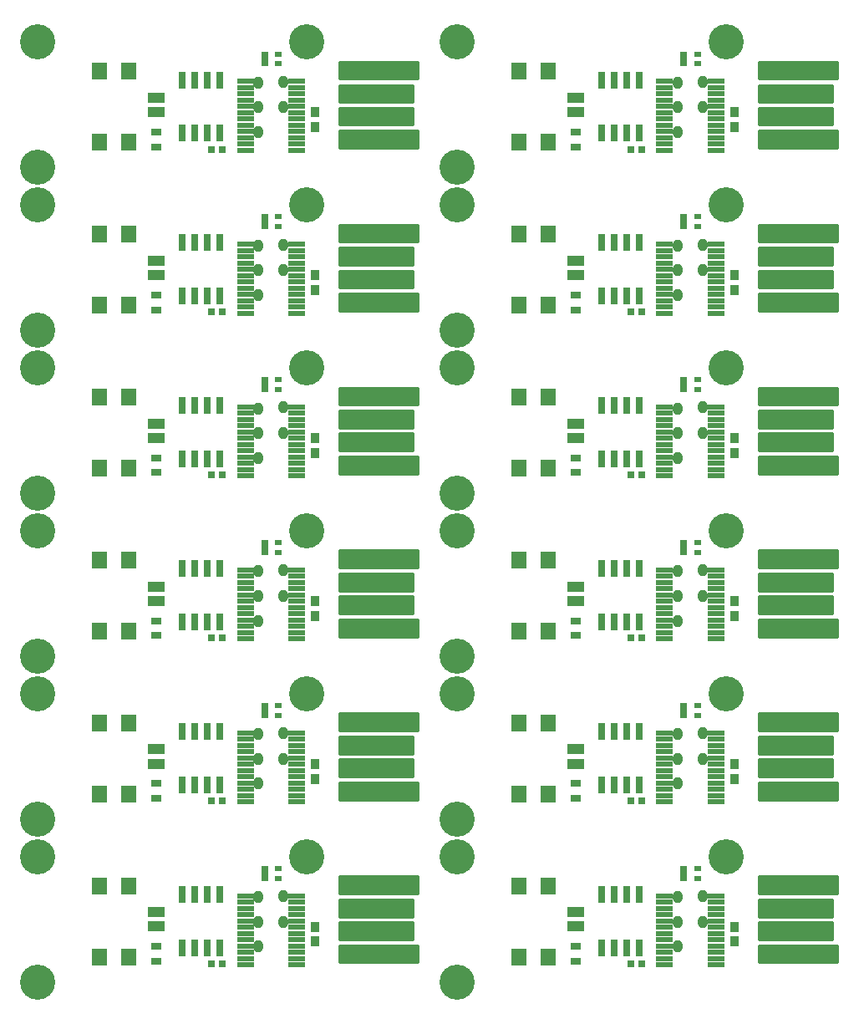
<source format=gts>
%MOIN*%
%OFA0B0*%
%FSLAX46Y46*%
%IPPOS*%
%LPD*%
%ADD10C,0.0039370078740157488*%
%ADD11R,0.031496062992125991X0.027559055118110236*%
%ADD12R,0.037401574803149609X0.03937007874015748*%
%ADD13R,0.043307086614173235X0.027559055118110236*%
%ADD14R,0.0255740157480315X0.019674015748031497*%
%ADD15R,0.031496062992125991X0.068897637795275593*%
%ADD16O,0.03858267716535433X0.051181102362204731*%
%ADD17R,0.066929133858267723X0.021653543307086617*%
%ADD18R,0.062992125984251982X0.070866141732283464*%
%ADD19R,0.033464566929133861X0.041338582677165357*%
%ADD20C,0.14*%
%ADD21C,0.01*%
%ADD32C,0.0039370078740157488*%
%ADD33R,0.031496062992125991X0.027559055118110236*%
%ADD34R,0.037401574803149609X0.03937007874015748*%
%ADD35R,0.043307086614173235X0.027559055118110236*%
%ADD36R,0.0255740157480315X0.019674015748031497*%
%ADD37R,0.031496062992125991X0.068897637795275593*%
%ADD38O,0.03858267716535433X0.051181102362204731*%
%ADD39R,0.066929133858267723X0.021653543307086617*%
%ADD40R,0.062992125984251982X0.070866141732283464*%
%ADD41R,0.033464566929133861X0.041338582677165357*%
%ADD42C,0.14*%
%ADD43C,0.01*%
%ADD44C,0.0039370078740157488*%
%ADD45R,0.031496062992125991X0.027559055118110236*%
%ADD46R,0.037401574803149609X0.03937007874015748*%
%ADD47R,0.043307086614173235X0.027559055118110236*%
%ADD48R,0.0255740157480315X0.019674015748031497*%
%ADD49R,0.031496062992125991X0.068897637795275593*%
%ADD50O,0.03858267716535433X0.051181102362204731*%
%ADD51R,0.066929133858267723X0.021653543307086617*%
%ADD52R,0.062992125984251982X0.070866141732283464*%
%ADD53R,0.033464566929133861X0.041338582677165357*%
%ADD54C,0.14*%
%ADD55C,0.01*%
%ADD56C,0.0039370078740157488*%
%ADD57R,0.031496062992125991X0.027559055118110236*%
%ADD58R,0.037401574803149609X0.03937007874015748*%
%ADD59R,0.043307086614173235X0.027559055118110236*%
%ADD60R,0.0255740157480315X0.019674015748031497*%
%ADD61R,0.031496062992125991X0.068897637795275593*%
%ADD62O,0.03858267716535433X0.051181102362204731*%
%ADD63R,0.066929133858267723X0.021653543307086617*%
%ADD64R,0.062992125984251982X0.070866141732283464*%
%ADD65R,0.033464566929133861X0.041338582677165357*%
%ADD66C,0.14*%
%ADD67C,0.01*%
%ADD68C,0.0039370078740157488*%
%ADD69R,0.031496062992125991X0.027559055118110236*%
%ADD70R,0.037401574803149609X0.03937007874015748*%
%ADD71R,0.043307086614173235X0.027559055118110236*%
%ADD72R,0.0255740157480315X0.019674015748031497*%
%ADD73R,0.031496062992125991X0.068897637795275593*%
%ADD74O,0.03858267716535433X0.051181102362204731*%
%ADD75R,0.066929133858267723X0.021653543307086617*%
%ADD76R,0.062992125984251982X0.070866141732283464*%
%ADD77R,0.033464566929133861X0.041338582677165357*%
%ADD78C,0.14*%
%ADD79C,0.01*%
%ADD80C,0.0039370078740157488*%
%ADD81R,0.031496062992125991X0.027559055118110236*%
%ADD82R,0.037401574803149609X0.03937007874015748*%
%ADD83R,0.043307086614173235X0.027559055118110236*%
%ADD84R,0.0255740157480315X0.019674015748031497*%
%ADD85R,0.031496062992125991X0.068897637795275593*%
%ADD86O,0.03858267716535433X0.051181102362204731*%
%ADD87R,0.066929133858267723X0.021653543307086617*%
%ADD88R,0.062992125984251982X0.070866141732283464*%
%ADD89R,0.033464566929133861X0.041338582677165357*%
%ADD90C,0.14*%
%ADD91C,0.01*%
%ADD92C,0.0039370078740157488*%
%ADD93R,0.031496062992125991X0.027559055118110236*%
%ADD94R,0.037401574803149609X0.03937007874015748*%
%ADD95R,0.043307086614173235X0.027559055118110236*%
%ADD96R,0.0255740157480315X0.019674015748031497*%
%ADD97R,0.031496062992125991X0.068897637795275593*%
%ADD98O,0.03858267716535433X0.051181102362204731*%
%ADD99R,0.066929133858267723X0.021653543307086617*%
%ADD100R,0.062992125984251982X0.070866141732283464*%
%ADD101R,0.033464566929133861X0.041338582677165357*%
%ADD102C,0.14*%
%ADD103C,0.01*%
%ADD104C,0.0039370078740157488*%
%ADD105R,0.031496062992125991X0.027559055118110236*%
%ADD106R,0.037401574803149609X0.03937007874015748*%
%ADD107R,0.043307086614173235X0.027559055118110236*%
%ADD108R,0.0255740157480315X0.019674015748031497*%
%ADD109R,0.031496062992125991X0.068897637795275593*%
%ADD110O,0.03858267716535433X0.051181102362204731*%
%ADD111R,0.066929133858267723X0.021653543307086617*%
%ADD112R,0.062992125984251982X0.070866141732283464*%
%ADD113R,0.033464566929133861X0.041338582677165357*%
%ADD114C,0.14*%
%ADD115C,0.01*%
%ADD116C,0.0039370078740157488*%
%ADD117R,0.031496062992125991X0.027559055118110236*%
%ADD118R,0.037401574803149609X0.03937007874015748*%
%ADD119R,0.043307086614173235X0.027559055118110236*%
%ADD120R,0.0255740157480315X0.019674015748031497*%
%ADD121R,0.031496062992125991X0.068897637795275593*%
%ADD122O,0.03858267716535433X0.051181102362204731*%
%ADD123R,0.066929133858267723X0.021653543307086617*%
%ADD124R,0.062992125984251982X0.070866141732283464*%
%ADD125R,0.033464566929133861X0.041338582677165357*%
%ADD126C,0.14*%
%ADD127C,0.01*%
%ADD128C,0.0039370078740157488*%
%ADD129R,0.031496062992125991X0.027559055118110236*%
%ADD130R,0.037401574803149609X0.03937007874015748*%
%ADD131R,0.043307086614173235X0.027559055118110236*%
%ADD132R,0.0255740157480315X0.019674015748031497*%
%ADD133R,0.031496062992125991X0.068897637795275593*%
%ADD134O,0.03858267716535433X0.051181102362204731*%
%ADD135R,0.066929133858267723X0.021653543307086617*%
%ADD136R,0.062992125984251982X0.070866141732283464*%
%ADD137R,0.033464566929133861X0.041338582677165357*%
%ADD138C,0.14*%
%ADD139C,0.01*%
%ADD140C,0.0039370078740157488*%
%ADD141R,0.031496062992125991X0.027559055118110236*%
%ADD142R,0.037401574803149609X0.03937007874015748*%
%ADD143R,0.043307086614173235X0.027559055118110236*%
%ADD144R,0.0255740157480315X0.019674015748031497*%
%ADD145R,0.031496062992125991X0.068897637795275593*%
%ADD146O,0.03858267716535433X0.051181102362204731*%
%ADD147R,0.066929133858267723X0.021653543307086617*%
%ADD148R,0.062992125984251982X0.070866141732283464*%
%ADD149R,0.033464566929133861X0.041338582677165357*%
%ADD150C,0.14*%
%ADD151C,0.01*%
%ADD152C,0.0039370078740157488*%
%ADD153R,0.031496062992125991X0.027559055118110236*%
%ADD154R,0.037401574803149609X0.03937007874015748*%
%ADD155R,0.043307086614173235X0.027559055118110236*%
%ADD156R,0.0255740157480315X0.019674015748031497*%
%ADD157R,0.031496062992125991X0.068897637795275593*%
%ADD158O,0.03858267716535433X0.051181102362204731*%
%ADD159R,0.066929133858267723X0.021653543307086617*%
%ADD160R,0.062992125984251982X0.070866141732283464*%
%ADD161R,0.033464566929133861X0.041338582677165357*%
%ADD162C,0.14*%
%ADD163C,0.01*%
G01G01*
D10*
D11*
X-0001387795Y0001712598D02*
X0000769685Y0000108267D03*
X0000726377Y0000108267D03*
D12*
X0001141732Y0000196850D03*
X0001141732Y0000255905D03*
D13*
X0000507873Y0000118110D03*
X0000507873Y0000177165D03*
D14*
X0000938935Y0000488203D03*
X0000938935Y0000448803D03*
X0000994135Y0000488203D03*
X0000938935Y0000468503D03*
X0000994135Y0000448803D03*
D15*
X0000762007Y0000384842D03*
X0000712007Y0000384842D03*
X0000662007Y0000384842D03*
X0000612007Y0000384842D03*
X0000612007Y0000172244D03*
X0000662007Y0000172244D03*
X0000712007Y0000172244D03*
X0000762007Y0000172244D03*
D16*
X0001013779Y0000275590D03*
X0001013779Y0000377952D03*
X0000915354Y0000177165D03*
X0000915354Y0000275590D03*
X0000915354Y0000374015D03*
D17*
X0001066929Y0000104625D03*
X0001066929Y0000129625D03*
X0001066929Y0000154625D03*
X0001066929Y0000179625D03*
X0001066929Y0000204625D03*
X0001066929Y0000229625D03*
X0001066929Y0000254625D03*
X0001066929Y0000279625D03*
X0001066929Y0000304625D03*
X0001066929Y0000329625D03*
X0001066929Y0000354625D03*
X0001066929Y0000379625D03*
X0000862204Y0000379625D03*
X0000862204Y0000354625D03*
X0000862204Y0000329625D03*
X0000862204Y0000304625D03*
X0000862204Y0000279625D03*
X0000862204Y0000254625D03*
X0000862204Y0000229625D03*
X0000862204Y0000204625D03*
X0000862204Y0000179625D03*
X0000862204Y0000154625D03*
X0000862204Y0000129625D03*
X0000862204Y0000104625D03*
D18*
X0000279133Y0000135826D03*
X0000279133Y0000419291D03*
X0000397244Y0000419291D03*
X0000397244Y0000135826D03*
D19*
X0000488976Y0000313779D03*
X0000522440Y0000313779D03*
X0000522440Y0000256692D03*
X0000488976Y0000256692D03*
D20*
X0000035433Y0000035433D03*
X0000035433Y0000535433D03*
X0001106299Y0000535433D03*
D21*
G36*
X0001550118Y0000388858D02*
X0001237283Y0000388858D01*
X0001237283Y0000457598D01*
X0001550118Y0000457598D01*
X0001550118Y0000388858D01*
X0001550118Y0000388858D01*
G37*
X0001550118Y0000388858D02*
X0001237283Y0000388858D01*
X0001237283Y0000457598D01*
X0001550118Y0000457598D01*
X0001550118Y0000388858D01*
G36*
X0001530433Y0000205787D02*
X0001237283Y0000205787D01*
X0001237283Y0000274527D01*
X0001530433Y0000274527D01*
X0001530433Y0000205787D01*
X0001530433Y0000205787D01*
G37*
X0001530433Y0000205787D02*
X0001237283Y0000205787D01*
X0001237283Y0000274527D01*
X0001530433Y0000274527D01*
X0001530433Y0000205787D01*
G36*
X0001530433Y0000296338D02*
X0001237283Y0000296338D01*
X0001237283Y0000365078D01*
X0001530433Y0000365078D01*
X0001530433Y0000296338D01*
X0001530433Y0000296338D01*
G37*
X0001530433Y0000296338D02*
X0001237283Y0000296338D01*
X0001237283Y0000365078D01*
X0001530433Y0000365078D01*
X0001530433Y0000296338D01*
G36*
X0001550118Y0000113267D02*
X0001237283Y0000113267D01*
X0001237283Y0000182007D01*
X0001550118Y0000182007D01*
X0001550118Y0000113267D01*
X0001550118Y0000113267D01*
G37*
X0001550118Y0000113267D02*
X0001237283Y0000113267D01*
X0001237283Y0000182007D01*
X0001550118Y0000182007D01*
X0001550118Y0000113267D01*
G04 next file*
G04 #@! TF.FileFunction,Soldermask,Top*
G04 Gerber Fmt 4.6, Leading zero omitted, Abs format (unit mm)*
G04 Created by KiCad (PCBNEW 4.0.6) date 2017 June 28, Wednesday 04:06:12*
G01G01*
G04 APERTURE LIST*
G04 APERTURE END LIST*
D32*
D33*
X0000285433Y0001712598D02*
X0002442913Y0000108267D03*
X0002399606Y0000108267D03*
D34*
X0002814960Y0000196850D03*
X0002814960Y0000255905D03*
D35*
X0002181102Y0000118110D03*
X0002181102Y0000177165D03*
D36*
X0002612163Y0000488203D03*
X0002612163Y0000448803D03*
X0002667363Y0000488203D03*
X0002612163Y0000468503D03*
X0002667363Y0000448803D03*
D37*
X0002435236Y0000384842D03*
X0002385236Y0000384842D03*
X0002335236Y0000384842D03*
X0002285236Y0000384842D03*
X0002285236Y0000172244D03*
X0002335236Y0000172244D03*
X0002385236Y0000172244D03*
X0002435236Y0000172244D03*
D38*
X0002687007Y0000275590D03*
X0002687007Y0000377952D03*
X0002588582Y0000177165D03*
X0002588582Y0000275590D03*
X0002588582Y0000374015D03*
D39*
X0002740157Y0000104625D03*
X0002740157Y0000129625D03*
X0002740157Y0000154625D03*
X0002740157Y0000179625D03*
X0002740157Y0000204625D03*
X0002740157Y0000229625D03*
X0002740157Y0000254625D03*
X0002740157Y0000279625D03*
X0002740157Y0000304625D03*
X0002740157Y0000329625D03*
X0002740157Y0000354625D03*
X0002740157Y0000379625D03*
X0002535433Y0000379625D03*
X0002535433Y0000354625D03*
X0002535433Y0000329625D03*
X0002535433Y0000304625D03*
X0002535433Y0000279625D03*
X0002535433Y0000254625D03*
X0002535433Y0000229625D03*
X0002535433Y0000204625D03*
X0002535433Y0000179625D03*
X0002535433Y0000154625D03*
X0002535433Y0000129625D03*
X0002535433Y0000104625D03*
D40*
X0001952362Y0000135826D03*
X0001952362Y0000419291D03*
X0002070472Y0000419291D03*
X0002070472Y0000135826D03*
D41*
X0002162204Y0000313779D03*
X0002195669Y0000313779D03*
X0002195669Y0000256692D03*
X0002162204Y0000256692D03*
D42*
X0001708661Y0000035433D03*
X0001708661Y0000535433D03*
X0002779527Y0000535433D03*
D43*
G36*
X0003223346Y0000388858D02*
X0002910511Y0000388858D01*
X0002910511Y0000457598D01*
X0003223346Y0000457598D01*
X0003223346Y0000388858D01*
X0003223346Y0000388858D01*
G37*
X0003223346Y0000388858D02*
X0002910511Y0000388858D01*
X0002910511Y0000457598D01*
X0003223346Y0000457598D01*
X0003223346Y0000388858D01*
G36*
X0003203661Y0000205787D02*
X0002910511Y0000205787D01*
X0002910511Y0000274527D01*
X0003203661Y0000274527D01*
X0003203661Y0000205787D01*
X0003203661Y0000205787D01*
G37*
X0003203661Y0000205787D02*
X0002910511Y0000205787D01*
X0002910511Y0000274527D01*
X0003203661Y0000274527D01*
X0003203661Y0000205787D01*
G36*
X0003203661Y0000296338D02*
X0002910511Y0000296338D01*
X0002910511Y0000365078D01*
X0003203661Y0000365078D01*
X0003203661Y0000296338D01*
X0003203661Y0000296338D01*
G37*
X0003203661Y0000296338D02*
X0002910511Y0000296338D01*
X0002910511Y0000365078D01*
X0003203661Y0000365078D01*
X0003203661Y0000296338D01*
G36*
X0003223346Y0000113267D02*
X0002910511Y0000113267D01*
X0002910511Y0000182007D01*
X0003223346Y0000182007D01*
X0003223346Y0000113267D01*
X0003223346Y0000113267D01*
G37*
X0003223346Y0000113267D02*
X0002910511Y0000113267D01*
X0002910511Y0000182007D01*
X0003223346Y0000182007D01*
X0003223346Y0000113267D01*
G04 next file*
G04 #@! TF.FileFunction,Soldermask,Top*
G04 Gerber Fmt 4.6, Leading zero omitted, Abs format (unit mm)*
G04 Created by KiCad (PCBNEW 4.0.6) date 2017 June 28, Wednesday 04:06:12*
G01G01*
G04 APERTURE LIST*
G04 APERTURE END LIST*
D44*
D45*
X-0001387795Y0002362204D02*
X0000769685Y0000757874D03*
X0000726377Y0000757874D03*
D46*
X0001141732Y0000846456D03*
X0001141732Y0000905511D03*
D47*
X0000507873Y0000767716D03*
X0000507873Y0000826771D03*
D48*
X0000938935Y0001137810D03*
X0000938935Y0001098410D03*
X0000994135Y0001137810D03*
X0000938935Y0001118110D03*
X0000994135Y0001098410D03*
D49*
X0000762007Y0001034448D03*
X0000712007Y0001034448D03*
X0000662007Y0001034448D03*
X0000612007Y0001034448D03*
X0000612007Y0000821850D03*
X0000662007Y0000821850D03*
X0000712007Y0000821850D03*
X0000762007Y0000821850D03*
D50*
X0001013779Y0000925196D03*
X0001013779Y0001027559D03*
X0000915354Y0000826771D03*
X0000915354Y0000925196D03*
X0000915354Y0001023622D03*
D51*
X0001066929Y0000754232D03*
X0001066929Y0000779232D03*
X0001066929Y0000804232D03*
X0001066929Y0000829232D03*
X0001066929Y0000854232D03*
X0001066929Y0000879232D03*
X0001066929Y0000904232D03*
X0001066929Y0000929232D03*
X0001066929Y0000954232D03*
X0001066929Y0000979232D03*
X0001066929Y0001004232D03*
X0001066929Y0001029232D03*
X0000862204Y0001029232D03*
X0000862204Y0001004232D03*
X0000862204Y0000979232D03*
X0000862204Y0000954232D03*
X0000862204Y0000929232D03*
X0000862204Y0000904232D03*
X0000862204Y0000879232D03*
X0000862204Y0000854232D03*
X0000862204Y0000829232D03*
X0000862204Y0000804232D03*
X0000862204Y0000779232D03*
X0000862204Y0000754232D03*
D52*
X0000279133Y0000785433D03*
X0000279133Y0001068897D03*
X0000397244Y0001068897D03*
X0000397244Y0000785433D03*
D53*
X0000488976Y0000963385D03*
X0000522440Y0000963385D03*
X0000522440Y0000906299D03*
X0000488976Y0000906299D03*
D54*
X0000035433Y0000685039D03*
X0000035433Y0001185039D03*
X0001106299Y0001185039D03*
D55*
G36*
X0001550118Y0001038464D02*
X0001237283Y0001038464D01*
X0001237283Y0001107204D01*
X0001550118Y0001107204D01*
X0001550118Y0001038464D01*
X0001550118Y0001038464D01*
G37*
X0001550118Y0001038464D02*
X0001237283Y0001038464D01*
X0001237283Y0001107204D01*
X0001550118Y0001107204D01*
X0001550118Y0001038464D01*
G36*
X0001530433Y0000855393D02*
X0001237283Y0000855393D01*
X0001237283Y0000924133D01*
X0001530433Y0000924133D01*
X0001530433Y0000855393D01*
X0001530433Y0000855393D01*
G37*
X0001530433Y0000855393D02*
X0001237283Y0000855393D01*
X0001237283Y0000924133D01*
X0001530433Y0000924133D01*
X0001530433Y0000855393D01*
G36*
X0001530433Y0000945944D02*
X0001237283Y0000945944D01*
X0001237283Y0001014685D01*
X0001530433Y0001014685D01*
X0001530433Y0000945944D01*
X0001530433Y0000945944D01*
G37*
X0001530433Y0000945944D02*
X0001237283Y0000945944D01*
X0001237283Y0001014685D01*
X0001530433Y0001014685D01*
X0001530433Y0000945944D01*
G36*
X0001550118Y0000762874D02*
X0001237283Y0000762874D01*
X0001237283Y0000831614D01*
X0001550118Y0000831614D01*
X0001550118Y0000762874D01*
X0001550118Y0000762874D01*
G37*
X0001550118Y0000762874D02*
X0001237283Y0000762874D01*
X0001237283Y0000831614D01*
X0001550118Y0000831614D01*
X0001550118Y0000762874D01*
G04 next file*
G04 #@! TF.FileFunction,Soldermask,Top*
G04 Gerber Fmt 4.6, Leading zero omitted, Abs format (unit mm)*
G04 Created by KiCad (PCBNEW 4.0.6) date 2017 June 28, Wednesday 04:06:12*
G01G01*
G04 APERTURE LIST*
G04 APERTURE END LIST*
D56*
D57*
X0000285433Y0002362204D02*
X0002442913Y0000757874D03*
X0002399606Y0000757874D03*
D58*
X0002814960Y0000846456D03*
X0002814960Y0000905511D03*
D59*
X0002181102Y0000767716D03*
X0002181102Y0000826771D03*
D60*
X0002612163Y0001137810D03*
X0002612163Y0001098410D03*
X0002667363Y0001137810D03*
X0002612163Y0001118110D03*
X0002667363Y0001098410D03*
D61*
X0002435236Y0001034448D03*
X0002385236Y0001034448D03*
X0002335236Y0001034448D03*
X0002285236Y0001034448D03*
X0002285236Y0000821850D03*
X0002335236Y0000821850D03*
X0002385236Y0000821850D03*
X0002435236Y0000821850D03*
D62*
X0002687007Y0000925196D03*
X0002687007Y0001027559D03*
X0002588582Y0000826771D03*
X0002588582Y0000925196D03*
X0002588582Y0001023622D03*
D63*
X0002740157Y0000754232D03*
X0002740157Y0000779232D03*
X0002740157Y0000804232D03*
X0002740157Y0000829232D03*
X0002740157Y0000854232D03*
X0002740157Y0000879232D03*
X0002740157Y0000904232D03*
X0002740157Y0000929232D03*
X0002740157Y0000954232D03*
X0002740157Y0000979232D03*
X0002740157Y0001004232D03*
X0002740157Y0001029232D03*
X0002535433Y0001029232D03*
X0002535433Y0001004232D03*
X0002535433Y0000979232D03*
X0002535433Y0000954232D03*
X0002535433Y0000929232D03*
X0002535433Y0000904232D03*
X0002535433Y0000879232D03*
X0002535433Y0000854232D03*
X0002535433Y0000829232D03*
X0002535433Y0000804232D03*
X0002535433Y0000779232D03*
X0002535433Y0000754232D03*
D64*
X0001952362Y0000785433D03*
X0001952362Y0001068897D03*
X0002070472Y0001068897D03*
X0002070472Y0000785433D03*
D65*
X0002162204Y0000963385D03*
X0002195669Y0000963385D03*
X0002195669Y0000906299D03*
X0002162204Y0000906299D03*
D66*
X0001708661Y0000685039D03*
X0001708661Y0001185039D03*
X0002779527Y0001185039D03*
D67*
G36*
X0003223346Y0001038464D02*
X0002910511Y0001038464D01*
X0002910511Y0001107204D01*
X0003223346Y0001107204D01*
X0003223346Y0001038464D01*
X0003223346Y0001038464D01*
G37*
X0003223346Y0001038464D02*
X0002910511Y0001038464D01*
X0002910511Y0001107204D01*
X0003223346Y0001107204D01*
X0003223346Y0001038464D01*
G36*
X0003203661Y0000855393D02*
X0002910511Y0000855393D01*
X0002910511Y0000924133D01*
X0003203661Y0000924133D01*
X0003203661Y0000855393D01*
X0003203661Y0000855393D01*
G37*
X0003203661Y0000855393D02*
X0002910511Y0000855393D01*
X0002910511Y0000924133D01*
X0003203661Y0000924133D01*
X0003203661Y0000855393D01*
G36*
X0003203661Y0000945944D02*
X0002910511Y0000945944D01*
X0002910511Y0001014685D01*
X0003203661Y0001014685D01*
X0003203661Y0000945944D01*
X0003203661Y0000945944D01*
G37*
X0003203661Y0000945944D02*
X0002910511Y0000945944D01*
X0002910511Y0001014685D01*
X0003203661Y0001014685D01*
X0003203661Y0000945944D01*
G36*
X0003223346Y0000762874D02*
X0002910511Y0000762874D01*
X0002910511Y0000831614D01*
X0003223346Y0000831614D01*
X0003223346Y0000762874D01*
X0003223346Y0000762874D01*
G37*
X0003223346Y0000762874D02*
X0002910511Y0000762874D01*
X0002910511Y0000831614D01*
X0003223346Y0000831614D01*
X0003223346Y0000762874D01*
G04 next file*
G04 #@! TF.FileFunction,Soldermask,Top*
G04 Gerber Fmt 4.6, Leading zero omitted, Abs format (unit mm)*
G04 Created by KiCad (PCBNEW 4.0.6) date 2017 June 28, Wednesday 04:06:12*
G01G01*
G04 APERTURE LIST*
G04 APERTURE END LIST*
D68*
D69*
X-0001387795Y0003011811D02*
X0000769685Y0001407480D03*
X0000726377Y0001407480D03*
D70*
X0001141732Y0001496062D03*
X0001141732Y0001555118D03*
D71*
X0000507873Y0001417322D03*
X0000507873Y0001476377D03*
D72*
X0000938935Y0001787416D03*
X0000938935Y0001748016D03*
X0000994135Y0001787416D03*
X0000938935Y0001767716D03*
X0000994135Y0001748016D03*
D73*
X0000762007Y0001684055D03*
X0000712007Y0001684055D03*
X0000662007Y0001684055D03*
X0000612007Y0001684055D03*
X0000612007Y0001471456D03*
X0000662007Y0001471456D03*
X0000712007Y0001471456D03*
X0000762007Y0001471456D03*
D74*
X0001013779Y0001574803D03*
X0001013779Y0001677165D03*
X0000915354Y0001476377D03*
X0000915354Y0001574803D03*
X0000915354Y0001673228D03*
D75*
X0001066929Y0001403838D03*
X0001066929Y0001428838D03*
X0001066929Y0001453838D03*
X0001066929Y0001478838D03*
X0001066929Y0001503838D03*
X0001066929Y0001528838D03*
X0001066929Y0001553838D03*
X0001066929Y0001578838D03*
X0001066929Y0001603838D03*
X0001066929Y0001628838D03*
X0001066929Y0001653838D03*
X0001066929Y0001678838D03*
X0000862204Y0001678838D03*
X0000862204Y0001653838D03*
X0000862204Y0001628838D03*
X0000862204Y0001603838D03*
X0000862204Y0001578838D03*
X0000862204Y0001553838D03*
X0000862204Y0001528838D03*
X0000862204Y0001503838D03*
X0000862204Y0001478838D03*
X0000862204Y0001453838D03*
X0000862204Y0001428838D03*
X0000862204Y0001403838D03*
D76*
X0000279133Y0001435039D03*
X0000279133Y0001718503D03*
X0000397244Y0001718503D03*
X0000397244Y0001435039D03*
D77*
X0000488976Y0001612992D03*
X0000522440Y0001612992D03*
X0000522440Y0001555905D03*
X0000488976Y0001555905D03*
D78*
X0000035433Y0001334645D03*
X0000035433Y0001834645D03*
X0001106299Y0001834645D03*
D79*
G36*
X0001550118Y0001688070D02*
X0001237283Y0001688070D01*
X0001237283Y0001756811D01*
X0001550118Y0001756811D01*
X0001550118Y0001688070D01*
X0001550118Y0001688070D01*
G37*
X0001550118Y0001688070D02*
X0001237283Y0001688070D01*
X0001237283Y0001756811D01*
X0001550118Y0001756811D01*
X0001550118Y0001688070D01*
G36*
X0001530433Y0001505000D02*
X0001237283Y0001505000D01*
X0001237283Y0001573740D01*
X0001530433Y0001573740D01*
X0001530433Y0001505000D01*
X0001530433Y0001505000D01*
G37*
X0001530433Y0001505000D02*
X0001237283Y0001505000D01*
X0001237283Y0001573740D01*
X0001530433Y0001573740D01*
X0001530433Y0001505000D01*
G36*
X0001530433Y0001595551D02*
X0001237283Y0001595551D01*
X0001237283Y0001664291D01*
X0001530433Y0001664291D01*
X0001530433Y0001595551D01*
X0001530433Y0001595551D01*
G37*
X0001530433Y0001595551D02*
X0001237283Y0001595551D01*
X0001237283Y0001664291D01*
X0001530433Y0001664291D01*
X0001530433Y0001595551D01*
G36*
X0001550118Y0001412480D02*
X0001237283Y0001412480D01*
X0001237283Y0001481220D01*
X0001550118Y0001481220D01*
X0001550118Y0001412480D01*
X0001550118Y0001412480D01*
G37*
X0001550118Y0001412480D02*
X0001237283Y0001412480D01*
X0001237283Y0001481220D01*
X0001550118Y0001481220D01*
X0001550118Y0001412480D01*
G04 next file*
G04 #@! TF.FileFunction,Soldermask,Top*
G04 Gerber Fmt 4.6, Leading zero omitted, Abs format (unit mm)*
G04 Created by KiCad (PCBNEW 4.0.6) date 2017 June 28, Wednesday 04:06:12*
G01G01*
G04 APERTURE LIST*
G04 APERTURE END LIST*
D80*
D81*
X-0001387795Y0003661417D02*
X0000769685Y0002057086D03*
X0000726377Y0002057086D03*
D82*
X0001141732Y0002145669D03*
X0001141732Y0002204724D03*
D83*
X0000507873Y0002066929D03*
X0000507873Y0002125984D03*
D84*
X0000938935Y0002437022D03*
X0000938935Y0002397622D03*
X0000994135Y0002437022D03*
X0000938935Y0002417322D03*
X0000994135Y0002397622D03*
D85*
X0000762007Y0002333661D03*
X0000712007Y0002333661D03*
X0000662007Y0002333661D03*
X0000612007Y0002333661D03*
X0000612007Y0002121062D03*
X0000662007Y0002121062D03*
X0000712007Y0002121062D03*
X0000762007Y0002121062D03*
D86*
X0001013779Y0002224409D03*
X0001013779Y0002326771D03*
X0000915354Y0002125984D03*
X0000915354Y0002224409D03*
X0000915354Y0002322834D03*
D87*
X0001066929Y0002053444D03*
X0001066929Y0002078444D03*
X0001066929Y0002103444D03*
X0001066929Y0002128444D03*
X0001066929Y0002153444D03*
X0001066929Y0002178444D03*
X0001066929Y0002203444D03*
X0001066929Y0002228444D03*
X0001066929Y0002253444D03*
X0001066929Y0002278444D03*
X0001066929Y0002303444D03*
X0001066929Y0002328444D03*
X0000862204Y0002328444D03*
X0000862204Y0002303444D03*
X0000862204Y0002278444D03*
X0000862204Y0002253444D03*
X0000862204Y0002228444D03*
X0000862204Y0002203444D03*
X0000862204Y0002178444D03*
X0000862204Y0002153444D03*
X0000862204Y0002128444D03*
X0000862204Y0002103444D03*
X0000862204Y0002078444D03*
X0000862204Y0002053444D03*
D88*
X0000279133Y0002084645D03*
X0000279133Y0002368110D03*
X0000397244Y0002368110D03*
X0000397244Y0002084645D03*
D89*
X0000488976Y0002262598D03*
X0000522440Y0002262598D03*
X0000522440Y0002205511D03*
X0000488976Y0002205511D03*
D90*
X0000035433Y0001984251D03*
X0000035433Y0002484251D03*
X0001106299Y0002484251D03*
D91*
G36*
X0001550118Y0002337677D02*
X0001237283Y0002337677D01*
X0001237283Y0002406417D01*
X0001550118Y0002406417D01*
X0001550118Y0002337677D01*
X0001550118Y0002337677D01*
G37*
X0001550118Y0002337677D02*
X0001237283Y0002337677D01*
X0001237283Y0002406417D01*
X0001550118Y0002406417D01*
X0001550118Y0002337677D01*
G36*
X0001530433Y0002154606D02*
X0001237283Y0002154606D01*
X0001237283Y0002223346D01*
X0001530433Y0002223346D01*
X0001530433Y0002154606D01*
X0001530433Y0002154606D01*
G37*
X0001530433Y0002154606D02*
X0001237283Y0002154606D01*
X0001237283Y0002223346D01*
X0001530433Y0002223346D01*
X0001530433Y0002154606D01*
G36*
X0001530433Y0002245157D02*
X0001237283Y0002245157D01*
X0001237283Y0002313897D01*
X0001530433Y0002313897D01*
X0001530433Y0002245157D01*
X0001530433Y0002245157D01*
G37*
X0001530433Y0002245157D02*
X0001237283Y0002245157D01*
X0001237283Y0002313897D01*
X0001530433Y0002313897D01*
X0001530433Y0002245157D01*
G36*
X0001550118Y0002062086D02*
X0001237283Y0002062086D01*
X0001237283Y0002130826D01*
X0001550118Y0002130826D01*
X0001550118Y0002062086D01*
X0001550118Y0002062086D01*
G37*
X0001550118Y0002062086D02*
X0001237283Y0002062086D01*
X0001237283Y0002130826D01*
X0001550118Y0002130826D01*
X0001550118Y0002062086D01*
G04 next file*
G04 #@! TF.FileFunction,Soldermask,Top*
G04 Gerber Fmt 4.6, Leading zero omitted, Abs format (unit mm)*
G04 Created by KiCad (PCBNEW 4.0.6) date 2017 June 28, Wednesday 04:06:12*
G01G01*
G04 APERTURE LIST*
G04 APERTURE END LIST*
D92*
D93*
X-0001387795Y0004311023D02*
X0000769685Y0002706692D03*
X0000726377Y0002706692D03*
D94*
X0001141732Y0002795275D03*
X0001141732Y0002854330D03*
D95*
X0000507873Y0002716535D03*
X0000507873Y0002775590D03*
D96*
X0000938935Y0003086629D03*
X0000938935Y0003047229D03*
X0000994135Y0003086629D03*
X0000938935Y0003066929D03*
X0000994135Y0003047229D03*
D97*
X0000762007Y0002983267D03*
X0000712007Y0002983267D03*
X0000662007Y0002983267D03*
X0000612007Y0002983267D03*
X0000612007Y0002770669D03*
X0000662007Y0002770669D03*
X0000712007Y0002770669D03*
X0000762007Y0002770669D03*
D98*
X0001013779Y0002874015D03*
X0001013779Y0002976377D03*
X0000915354Y0002775590D03*
X0000915354Y0002874015D03*
X0000915354Y0002972440D03*
D99*
X0001066929Y0002703051D03*
X0001066929Y0002728051D03*
X0001066929Y0002753051D03*
X0001066929Y0002778051D03*
X0001066929Y0002803051D03*
X0001066929Y0002828051D03*
X0001066929Y0002853051D03*
X0001066929Y0002878051D03*
X0001066929Y0002903051D03*
X0001066929Y0002928051D03*
X0001066929Y0002953051D03*
X0001066929Y0002978051D03*
X0000862204Y0002978051D03*
X0000862204Y0002953051D03*
X0000862204Y0002928051D03*
X0000862204Y0002903051D03*
X0000862204Y0002878051D03*
X0000862204Y0002853051D03*
X0000862204Y0002828051D03*
X0000862204Y0002803051D03*
X0000862204Y0002778051D03*
X0000862204Y0002753051D03*
X0000862204Y0002728051D03*
X0000862204Y0002703051D03*
D100*
X0000279133Y0002734251D03*
X0000279133Y0003017716D03*
X0000397244Y0003017716D03*
X0000397244Y0002734251D03*
D101*
X0000488976Y0002912204D03*
X0000522440Y0002912204D03*
X0000522440Y0002855118D03*
X0000488976Y0002855118D03*
D102*
X0000035433Y0002633858D03*
X0000035433Y0003133858D03*
X0001106299Y0003133858D03*
D103*
G36*
X0001550118Y0002987283D02*
X0001237283Y0002987283D01*
X0001237283Y0003056023D01*
X0001550118Y0003056023D01*
X0001550118Y0002987283D01*
X0001550118Y0002987283D01*
G37*
X0001550118Y0002987283D02*
X0001237283Y0002987283D01*
X0001237283Y0003056023D01*
X0001550118Y0003056023D01*
X0001550118Y0002987283D01*
G36*
X0001530433Y0002804212D02*
X0001237283Y0002804212D01*
X0001237283Y0002872952D01*
X0001530433Y0002872952D01*
X0001530433Y0002804212D01*
X0001530433Y0002804212D01*
G37*
X0001530433Y0002804212D02*
X0001237283Y0002804212D01*
X0001237283Y0002872952D01*
X0001530433Y0002872952D01*
X0001530433Y0002804212D01*
G36*
X0001530433Y0002894763D02*
X0001237283Y0002894763D01*
X0001237283Y0002963503D01*
X0001530433Y0002963503D01*
X0001530433Y0002894763D01*
X0001530433Y0002894763D01*
G37*
X0001530433Y0002894763D02*
X0001237283Y0002894763D01*
X0001237283Y0002963503D01*
X0001530433Y0002963503D01*
X0001530433Y0002894763D01*
G36*
X0001550118Y0002711692D02*
X0001237283Y0002711692D01*
X0001237283Y0002780433D01*
X0001550118Y0002780433D01*
X0001550118Y0002711692D01*
X0001550118Y0002711692D01*
G37*
X0001550118Y0002711692D02*
X0001237283Y0002711692D01*
X0001237283Y0002780433D01*
X0001550118Y0002780433D01*
X0001550118Y0002711692D01*
G04 next file*
G04 #@! TF.FileFunction,Soldermask,Top*
G04 Gerber Fmt 4.6, Leading zero omitted, Abs format (unit mm)*
G04 Created by KiCad (PCBNEW 4.0.6) date 2017 June 28, Wednesday 04:06:12*
G01G01*
G04 APERTURE LIST*
G04 APERTURE END LIST*
D104*
D105*
X-0001387795Y0004960629D02*
X0000769685Y0003356299D03*
X0000726377Y0003356299D03*
D106*
X0001141732Y0003444881D03*
X0001141732Y0003503937D03*
D107*
X0000507873Y0003366141D03*
X0000507873Y0003425196D03*
D108*
X0000938935Y0003736235D03*
X0000938935Y0003696835D03*
X0000994135Y0003736235D03*
X0000938935Y0003716535D03*
X0000994135Y0003696835D03*
D109*
X0000762007Y0003632874D03*
X0000712007Y0003632874D03*
X0000662007Y0003632874D03*
X0000612007Y0003632874D03*
X0000612007Y0003420275D03*
X0000662007Y0003420275D03*
X0000712007Y0003420275D03*
X0000762007Y0003420275D03*
D110*
X0001013779Y0003523622D03*
X0001013779Y0003625984D03*
X0000915354Y0003425196D03*
X0000915354Y0003523622D03*
X0000915354Y0003622047D03*
D111*
X0001066929Y0003352657D03*
X0001066929Y0003377657D03*
X0001066929Y0003402657D03*
X0001066929Y0003427657D03*
X0001066929Y0003452657D03*
X0001066929Y0003477657D03*
X0001066929Y0003502657D03*
X0001066929Y0003527657D03*
X0001066929Y0003552657D03*
X0001066929Y0003577657D03*
X0001066929Y0003602657D03*
X0001066929Y0003627657D03*
X0000862204Y0003627657D03*
X0000862204Y0003602657D03*
X0000862204Y0003577657D03*
X0000862204Y0003552657D03*
X0000862204Y0003527657D03*
X0000862204Y0003502657D03*
X0000862204Y0003477657D03*
X0000862204Y0003452657D03*
X0000862204Y0003427657D03*
X0000862204Y0003402657D03*
X0000862204Y0003377657D03*
X0000862204Y0003352657D03*
D112*
X0000279133Y0003383858D03*
X0000279133Y0003667322D03*
X0000397244Y0003667322D03*
X0000397244Y0003383858D03*
D113*
X0000488976Y0003561811D03*
X0000522440Y0003561811D03*
X0000522440Y0003504724D03*
X0000488976Y0003504724D03*
D114*
X0000035433Y0003283464D03*
X0000035433Y0003783464D03*
X0001106299Y0003783464D03*
D115*
G36*
X0001550118Y0003636889D02*
X0001237283Y0003636889D01*
X0001237283Y0003705629D01*
X0001550118Y0003705629D01*
X0001550118Y0003636889D01*
X0001550118Y0003636889D01*
G37*
X0001550118Y0003636889D02*
X0001237283Y0003636889D01*
X0001237283Y0003705629D01*
X0001550118Y0003705629D01*
X0001550118Y0003636889D01*
G36*
X0001530433Y0003453818D02*
X0001237283Y0003453818D01*
X0001237283Y0003522559D01*
X0001530433Y0003522559D01*
X0001530433Y0003453818D01*
X0001530433Y0003453818D01*
G37*
X0001530433Y0003453818D02*
X0001237283Y0003453818D01*
X0001237283Y0003522559D01*
X0001530433Y0003522559D01*
X0001530433Y0003453818D01*
G36*
X0001530433Y0003544370D02*
X0001237283Y0003544370D01*
X0001237283Y0003613110D01*
X0001530433Y0003613110D01*
X0001530433Y0003544370D01*
X0001530433Y0003544370D01*
G37*
X0001530433Y0003544370D02*
X0001237283Y0003544370D01*
X0001237283Y0003613110D01*
X0001530433Y0003613110D01*
X0001530433Y0003544370D01*
G36*
X0001550118Y0003361299D02*
X0001237283Y0003361299D01*
X0001237283Y0003430039D01*
X0001550118Y0003430039D01*
X0001550118Y0003361299D01*
X0001550118Y0003361299D01*
G37*
X0001550118Y0003361299D02*
X0001237283Y0003361299D01*
X0001237283Y0003430039D01*
X0001550118Y0003430039D01*
X0001550118Y0003361299D01*
G04 next file*
G04 #@! TF.FileFunction,Soldermask,Top*
G04 Gerber Fmt 4.6, Leading zero omitted, Abs format (unit mm)*
G04 Created by KiCad (PCBNEW 4.0.6) date 2017 June 28, Wednesday 04:06:12*
G01G01*
G04 APERTURE LIST*
G04 APERTURE END LIST*
D116*
D117*
X0000285433Y0003011811D02*
X0002442913Y0001407480D03*
X0002399606Y0001407480D03*
D118*
X0002814960Y0001496062D03*
X0002814960Y0001555118D03*
D119*
X0002181102Y0001417322D03*
X0002181102Y0001476377D03*
D120*
X0002612163Y0001787416D03*
X0002612163Y0001748016D03*
X0002667363Y0001787416D03*
X0002612163Y0001767716D03*
X0002667363Y0001748016D03*
D121*
X0002435236Y0001684055D03*
X0002385236Y0001684055D03*
X0002335236Y0001684055D03*
X0002285236Y0001684055D03*
X0002285236Y0001471456D03*
X0002335236Y0001471456D03*
X0002385236Y0001471456D03*
X0002435236Y0001471456D03*
D122*
X0002687007Y0001574803D03*
X0002687007Y0001677165D03*
X0002588582Y0001476377D03*
X0002588582Y0001574803D03*
X0002588582Y0001673228D03*
D123*
X0002740157Y0001403838D03*
X0002740157Y0001428838D03*
X0002740157Y0001453838D03*
X0002740157Y0001478838D03*
X0002740157Y0001503838D03*
X0002740157Y0001528838D03*
X0002740157Y0001553838D03*
X0002740157Y0001578838D03*
X0002740157Y0001603838D03*
X0002740157Y0001628838D03*
X0002740157Y0001653838D03*
X0002740157Y0001678838D03*
X0002535433Y0001678838D03*
X0002535433Y0001653838D03*
X0002535433Y0001628838D03*
X0002535433Y0001603838D03*
X0002535433Y0001578838D03*
X0002535433Y0001553838D03*
X0002535433Y0001528838D03*
X0002535433Y0001503838D03*
X0002535433Y0001478838D03*
X0002535433Y0001453838D03*
X0002535433Y0001428838D03*
X0002535433Y0001403838D03*
D124*
X0001952362Y0001435039D03*
X0001952362Y0001718503D03*
X0002070472Y0001718503D03*
X0002070472Y0001435039D03*
D125*
X0002162204Y0001612992D03*
X0002195669Y0001612992D03*
X0002195669Y0001555905D03*
X0002162204Y0001555905D03*
D126*
X0001708661Y0001334645D03*
X0001708661Y0001834645D03*
X0002779527Y0001834645D03*
D127*
G36*
X0003223346Y0001688070D02*
X0002910511Y0001688070D01*
X0002910511Y0001756811D01*
X0003223346Y0001756811D01*
X0003223346Y0001688070D01*
X0003223346Y0001688070D01*
G37*
X0003223346Y0001688070D02*
X0002910511Y0001688070D01*
X0002910511Y0001756811D01*
X0003223346Y0001756811D01*
X0003223346Y0001688070D01*
G36*
X0003203661Y0001505000D02*
X0002910511Y0001505000D01*
X0002910511Y0001573740D01*
X0003203661Y0001573740D01*
X0003203661Y0001505000D01*
X0003203661Y0001505000D01*
G37*
X0003203661Y0001505000D02*
X0002910511Y0001505000D01*
X0002910511Y0001573740D01*
X0003203661Y0001573740D01*
X0003203661Y0001505000D01*
G36*
X0003203661Y0001595551D02*
X0002910511Y0001595551D01*
X0002910511Y0001664291D01*
X0003203661Y0001664291D01*
X0003203661Y0001595551D01*
X0003203661Y0001595551D01*
G37*
X0003203661Y0001595551D02*
X0002910511Y0001595551D01*
X0002910511Y0001664291D01*
X0003203661Y0001664291D01*
X0003203661Y0001595551D01*
G36*
X0003223346Y0001412480D02*
X0002910511Y0001412480D01*
X0002910511Y0001481220D01*
X0003223346Y0001481220D01*
X0003223346Y0001412480D01*
X0003223346Y0001412480D01*
G37*
X0003223346Y0001412480D02*
X0002910511Y0001412480D01*
X0002910511Y0001481220D01*
X0003223346Y0001481220D01*
X0003223346Y0001412480D01*
G04 next file*
G04 #@! TF.FileFunction,Soldermask,Top*
G04 Gerber Fmt 4.6, Leading zero omitted, Abs format (unit mm)*
G04 Created by KiCad (PCBNEW 4.0.6) date 2017 June 28, Wednesday 04:06:12*
G01G01*
G04 APERTURE LIST*
G04 APERTURE END LIST*
D128*
D129*
X0000285433Y0003661417D02*
X0002442913Y0002057086D03*
X0002399606Y0002057086D03*
D130*
X0002814960Y0002145669D03*
X0002814960Y0002204724D03*
D131*
X0002181102Y0002066929D03*
X0002181102Y0002125984D03*
D132*
X0002612163Y0002437022D03*
X0002612163Y0002397622D03*
X0002667363Y0002437022D03*
X0002612163Y0002417322D03*
X0002667363Y0002397622D03*
D133*
X0002435236Y0002333661D03*
X0002385236Y0002333661D03*
X0002335236Y0002333661D03*
X0002285236Y0002333661D03*
X0002285236Y0002121062D03*
X0002335236Y0002121062D03*
X0002385236Y0002121062D03*
X0002435236Y0002121062D03*
D134*
X0002687007Y0002224409D03*
X0002687007Y0002326771D03*
X0002588582Y0002125984D03*
X0002588582Y0002224409D03*
X0002588582Y0002322834D03*
D135*
X0002740157Y0002053444D03*
X0002740157Y0002078444D03*
X0002740157Y0002103444D03*
X0002740157Y0002128444D03*
X0002740157Y0002153444D03*
X0002740157Y0002178444D03*
X0002740157Y0002203444D03*
X0002740157Y0002228444D03*
X0002740157Y0002253444D03*
X0002740157Y0002278444D03*
X0002740157Y0002303444D03*
X0002740157Y0002328444D03*
X0002535433Y0002328444D03*
X0002535433Y0002303444D03*
X0002535433Y0002278444D03*
X0002535433Y0002253444D03*
X0002535433Y0002228444D03*
X0002535433Y0002203444D03*
X0002535433Y0002178444D03*
X0002535433Y0002153444D03*
X0002535433Y0002128444D03*
X0002535433Y0002103444D03*
X0002535433Y0002078444D03*
X0002535433Y0002053444D03*
D136*
X0001952362Y0002084645D03*
X0001952362Y0002368110D03*
X0002070472Y0002368110D03*
X0002070472Y0002084645D03*
D137*
X0002162204Y0002262598D03*
X0002195669Y0002262598D03*
X0002195669Y0002205511D03*
X0002162204Y0002205511D03*
D138*
X0001708661Y0001984251D03*
X0001708661Y0002484251D03*
X0002779527Y0002484251D03*
D139*
G36*
X0003223346Y0002337677D02*
X0002910511Y0002337677D01*
X0002910511Y0002406417D01*
X0003223346Y0002406417D01*
X0003223346Y0002337677D01*
X0003223346Y0002337677D01*
G37*
X0003223346Y0002337677D02*
X0002910511Y0002337677D01*
X0002910511Y0002406417D01*
X0003223346Y0002406417D01*
X0003223346Y0002337677D01*
G36*
X0003203661Y0002154606D02*
X0002910511Y0002154606D01*
X0002910511Y0002223346D01*
X0003203661Y0002223346D01*
X0003203661Y0002154606D01*
X0003203661Y0002154606D01*
G37*
X0003203661Y0002154606D02*
X0002910511Y0002154606D01*
X0002910511Y0002223346D01*
X0003203661Y0002223346D01*
X0003203661Y0002154606D01*
G36*
X0003203661Y0002245157D02*
X0002910511Y0002245157D01*
X0002910511Y0002313897D01*
X0003203661Y0002313897D01*
X0003203661Y0002245157D01*
X0003203661Y0002245157D01*
G37*
X0003203661Y0002245157D02*
X0002910511Y0002245157D01*
X0002910511Y0002313897D01*
X0003203661Y0002313897D01*
X0003203661Y0002245157D01*
G36*
X0003223346Y0002062086D02*
X0002910511Y0002062086D01*
X0002910511Y0002130826D01*
X0003223346Y0002130826D01*
X0003223346Y0002062086D01*
X0003223346Y0002062086D01*
G37*
X0003223346Y0002062086D02*
X0002910511Y0002062086D01*
X0002910511Y0002130826D01*
X0003223346Y0002130826D01*
X0003223346Y0002062086D01*
G04 next file*
G04 #@! TF.FileFunction,Soldermask,Top*
G04 Gerber Fmt 4.6, Leading zero omitted, Abs format (unit mm)*
G04 Created by KiCad (PCBNEW 4.0.6) date 2017 June 28, Wednesday 04:06:12*
G01G01*
G04 APERTURE LIST*
G04 APERTURE END LIST*
D140*
D141*
X0000285433Y0004311023D02*
X0002442913Y0002706692D03*
X0002399606Y0002706692D03*
D142*
X0002814960Y0002795275D03*
X0002814960Y0002854330D03*
D143*
X0002181102Y0002716535D03*
X0002181102Y0002775590D03*
D144*
X0002612163Y0003086629D03*
X0002612163Y0003047229D03*
X0002667363Y0003086629D03*
X0002612163Y0003066929D03*
X0002667363Y0003047229D03*
D145*
X0002435236Y0002983267D03*
X0002385236Y0002983267D03*
X0002335236Y0002983267D03*
X0002285236Y0002983267D03*
X0002285236Y0002770669D03*
X0002335236Y0002770669D03*
X0002385236Y0002770669D03*
X0002435236Y0002770669D03*
D146*
X0002687007Y0002874015D03*
X0002687007Y0002976377D03*
X0002588582Y0002775590D03*
X0002588582Y0002874015D03*
X0002588582Y0002972440D03*
D147*
X0002740157Y0002703051D03*
X0002740157Y0002728051D03*
X0002740157Y0002753051D03*
X0002740157Y0002778051D03*
X0002740157Y0002803051D03*
X0002740157Y0002828051D03*
X0002740157Y0002853051D03*
X0002740157Y0002878051D03*
X0002740157Y0002903051D03*
X0002740157Y0002928051D03*
X0002740157Y0002953051D03*
X0002740157Y0002978051D03*
X0002535433Y0002978051D03*
X0002535433Y0002953051D03*
X0002535433Y0002928051D03*
X0002535433Y0002903051D03*
X0002535433Y0002878051D03*
X0002535433Y0002853051D03*
X0002535433Y0002828051D03*
X0002535433Y0002803051D03*
X0002535433Y0002778051D03*
X0002535433Y0002753051D03*
X0002535433Y0002728051D03*
X0002535433Y0002703051D03*
D148*
X0001952362Y0002734251D03*
X0001952362Y0003017716D03*
X0002070472Y0003017716D03*
X0002070472Y0002734251D03*
D149*
X0002162204Y0002912204D03*
X0002195669Y0002912204D03*
X0002195669Y0002855118D03*
X0002162204Y0002855118D03*
D150*
X0001708661Y0002633858D03*
X0001708661Y0003133858D03*
X0002779527Y0003133858D03*
D151*
G36*
X0003223346Y0002987283D02*
X0002910511Y0002987283D01*
X0002910511Y0003056023D01*
X0003223346Y0003056023D01*
X0003223346Y0002987283D01*
X0003223346Y0002987283D01*
G37*
X0003223346Y0002987283D02*
X0002910511Y0002987283D01*
X0002910511Y0003056023D01*
X0003223346Y0003056023D01*
X0003223346Y0002987283D01*
G36*
X0003203661Y0002804212D02*
X0002910511Y0002804212D01*
X0002910511Y0002872952D01*
X0003203661Y0002872952D01*
X0003203661Y0002804212D01*
X0003203661Y0002804212D01*
G37*
X0003203661Y0002804212D02*
X0002910511Y0002804212D01*
X0002910511Y0002872952D01*
X0003203661Y0002872952D01*
X0003203661Y0002804212D01*
G36*
X0003203661Y0002894763D02*
X0002910511Y0002894763D01*
X0002910511Y0002963503D01*
X0003203661Y0002963503D01*
X0003203661Y0002894763D01*
X0003203661Y0002894763D01*
G37*
X0003203661Y0002894763D02*
X0002910511Y0002894763D01*
X0002910511Y0002963503D01*
X0003203661Y0002963503D01*
X0003203661Y0002894763D01*
G36*
X0003223346Y0002711692D02*
X0002910511Y0002711692D01*
X0002910511Y0002780433D01*
X0003223346Y0002780433D01*
X0003223346Y0002711692D01*
X0003223346Y0002711692D01*
G37*
X0003223346Y0002711692D02*
X0002910511Y0002711692D01*
X0002910511Y0002780433D01*
X0003223346Y0002780433D01*
X0003223346Y0002711692D01*
G04 next file*
G04 #@! TF.FileFunction,Soldermask,Top*
G04 Gerber Fmt 4.6, Leading zero omitted, Abs format (unit mm)*
G04 Created by KiCad (PCBNEW 4.0.6) date 2017 June 28, Wednesday 04:06:12*
G01G01*
G04 APERTURE LIST*
G04 APERTURE END LIST*
D152*
D153*
X0000285433Y0004960629D02*
X0002442913Y0003356299D03*
X0002399606Y0003356299D03*
D154*
X0002814960Y0003444881D03*
X0002814960Y0003503937D03*
D155*
X0002181102Y0003366141D03*
X0002181102Y0003425196D03*
D156*
X0002612163Y0003736235D03*
X0002612163Y0003696835D03*
X0002667363Y0003736235D03*
X0002612163Y0003716535D03*
X0002667363Y0003696835D03*
D157*
X0002435236Y0003632874D03*
X0002385236Y0003632874D03*
X0002335236Y0003632874D03*
X0002285236Y0003632874D03*
X0002285236Y0003420275D03*
X0002335236Y0003420275D03*
X0002385236Y0003420275D03*
X0002435236Y0003420275D03*
D158*
X0002687007Y0003523622D03*
X0002687007Y0003625984D03*
X0002588582Y0003425196D03*
X0002588582Y0003523622D03*
X0002588582Y0003622047D03*
D159*
X0002740157Y0003352657D03*
X0002740157Y0003377657D03*
X0002740157Y0003402657D03*
X0002740157Y0003427657D03*
X0002740157Y0003452657D03*
X0002740157Y0003477657D03*
X0002740157Y0003502657D03*
X0002740157Y0003527657D03*
X0002740157Y0003552657D03*
X0002740157Y0003577657D03*
X0002740157Y0003602657D03*
X0002740157Y0003627657D03*
X0002535433Y0003627657D03*
X0002535433Y0003602657D03*
X0002535433Y0003577657D03*
X0002535433Y0003552657D03*
X0002535433Y0003527657D03*
X0002535433Y0003502657D03*
X0002535433Y0003477657D03*
X0002535433Y0003452657D03*
X0002535433Y0003427657D03*
X0002535433Y0003402657D03*
X0002535433Y0003377657D03*
X0002535433Y0003352657D03*
D160*
X0001952362Y0003383858D03*
X0001952362Y0003667322D03*
X0002070472Y0003667322D03*
X0002070472Y0003383858D03*
D161*
X0002162204Y0003561811D03*
X0002195669Y0003561811D03*
X0002195669Y0003504724D03*
X0002162204Y0003504724D03*
D162*
X0001708661Y0003283464D03*
X0001708661Y0003783464D03*
X0002779527Y0003783464D03*
D163*
G36*
X0003223346Y0003636889D02*
X0002910511Y0003636889D01*
X0002910511Y0003705629D01*
X0003223346Y0003705629D01*
X0003223346Y0003636889D01*
X0003223346Y0003636889D01*
G37*
X0003223346Y0003636889D02*
X0002910511Y0003636889D01*
X0002910511Y0003705629D01*
X0003223346Y0003705629D01*
X0003223346Y0003636889D01*
G36*
X0003203661Y0003453818D02*
X0002910511Y0003453818D01*
X0002910511Y0003522559D01*
X0003203661Y0003522559D01*
X0003203661Y0003453818D01*
X0003203661Y0003453818D01*
G37*
X0003203661Y0003453818D02*
X0002910511Y0003453818D01*
X0002910511Y0003522559D01*
X0003203661Y0003522559D01*
X0003203661Y0003453818D01*
G36*
X0003203661Y0003544370D02*
X0002910511Y0003544370D01*
X0002910511Y0003613110D01*
X0003203661Y0003613110D01*
X0003203661Y0003544370D01*
X0003203661Y0003544370D01*
G37*
X0003203661Y0003544370D02*
X0002910511Y0003544370D01*
X0002910511Y0003613110D01*
X0003203661Y0003613110D01*
X0003203661Y0003544370D01*
G36*
X0003223346Y0003361299D02*
X0002910511Y0003361299D01*
X0002910511Y0003430039D01*
X0003223346Y0003430039D01*
X0003223346Y0003361299D01*
X0003223346Y0003361299D01*
G37*
X0003223346Y0003361299D02*
X0002910511Y0003361299D01*
X0002910511Y0003430039D01*
X0003223346Y0003430039D01*
X0003223346Y0003361299D01*
M02*
</source>
